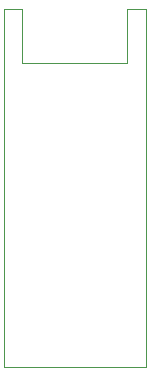
<source format=gbr>
%TF.GenerationSoftware,KiCad,Pcbnew,9.0.2*%
%TF.CreationDate,2026-02-14T14:17:21-05:00*%
%TF.ProjectId,RP2040_minimal_r2,52503230-3430-45f6-9d69-6e696d616c5f,REV2*%
%TF.SameCoordinates,Original*%
%TF.FileFunction,Profile,NP*%
%FSLAX46Y46*%
G04 Gerber Fmt 4.6, Leading zero omitted, Abs format (unit mm)*
G04 Created by KiCad (PCBNEW 9.0.2) date 2026-02-14 14:17:21*
%MOMM*%
%LPD*%
G01*
G04 APERTURE LIST*
%TA.AperFunction,Profile*%
%ADD10C,0.050000*%
%TD*%
G04 APERTURE END LIST*
D10*
X3483000Y37570000D02*
X5020000Y37570000D01*
X5020000Y37570000D02*
X5020000Y7247966D01*
X5020000Y7247966D02*
X-6980000Y7247966D01*
X3483000Y37570000D02*
X3483000Y32966500D01*
X-5417000Y37570000D02*
X-6980000Y37570000D01*
X-6980000Y7247966D02*
X-6980000Y37570000D01*
X-5417000Y32966500D02*
X-5417000Y37570000D01*
X-5417000Y32966500D02*
X3483000Y32966500D01*
M02*

</source>
